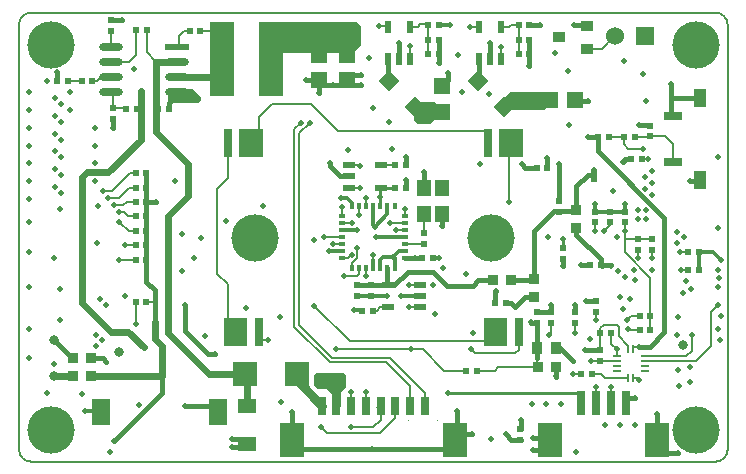
<source format=gbl>
%FSLAX44Y44*%
%MOMM*%
G71*
G01*
G75*
G04 Layer_Physical_Order=4*
G04 Layer_Color=16711680*
%ADD10R,1.5000X0.4000*%
%ADD11R,0.6000X0.5000*%
%ADD12R,1.2000X1.6000*%
%ADD13R,0.5000X0.6000*%
%ADD14R,1.3970X1.3970*%
%ADD15R,1.2700X0.5080*%
%ADD16R,1.0160X0.8890*%
%ADD17R,0.8890X1.0160*%
%ADD18P,1.8385X4X90.0*%
%ADD19R,0.7000X0.6000*%
%ADD20R,1.4000X0.6000*%
%ADD21R,0.8000X1.6000*%
%ADD22R,1.2500X0.3000*%
%ADD23R,1.2000X1.4000*%
%ADD24R,1.2000X2.2000*%
%ADD25R,1.6000X1.4000*%
%ADD26R,1.1000X1.4000*%
%ADD27R,0.7000X1.6000*%
%ADD28R,1.0668X0.8128*%
G04:AMPARAMS|DCode=29|XSize=0.22mm|YSize=0.8mm|CornerRadius=0mm|HoleSize=0mm|Usage=FLASHONLY|Rotation=180.000|XOffset=0mm|YOffset=0mm|HoleType=Round|Shape=RoundedRectangle|*
%AMROUNDEDRECTD29*
21,1,0.2200,0.8000,0,0,180.0*
21,1,0.2200,0.8000,0,0,180.0*
1,1,0.0000,-0.1100,0.4000*
1,1,0.0000,0.1100,0.4000*
1,1,0.0000,0.1100,-0.4000*
1,1,0.0000,-0.1100,-0.4000*
%
%ADD29ROUNDEDRECTD29*%
%ADD30R,4.3000X4.3000*%
G04:AMPARAMS|DCode=31|XSize=0.22mm|YSize=0.8mm|CornerRadius=0mm|HoleSize=0mm|Usage=FLASHONLY|Rotation=270.000|XOffset=0mm|YOffset=0mm|HoleType=Round|Shape=RoundedRectangle|*
%AMROUNDEDRECTD31*
21,1,0.2200,0.8000,0,0,270.0*
21,1,0.2200,0.8000,0,0,270.0*
1,1,0.0000,-0.4000,-0.1100*
1,1,0.0000,-0.4000,0.1100*
1,1,0.0000,0.4000,0.1100*
1,1,0.0000,0.4000,-0.1100*
%
%ADD31ROUNDEDRECTD31*%
%ADD32R,0.8128X0.8128*%
%ADD33R,0.7600X1.5200*%
%ADD34R,1.2954X1.6002*%
%ADD35R,1.2000X1.2500*%
%ADD36R,2.4000X1.2500*%
%ADD37C,0.4000*%
%ADD38C,0.2000*%
%ADD39C,0.1270*%
%ADD40C,0.2540*%
%ADD41C,0.6000*%
%ADD42C,0.3000*%
%ADD43R,1.3000X1.2000*%
%ADD44C,0.0254*%
%ADD45C,1.5240*%
%ADD46R,1.5240X1.5240*%
G04:AMPARAMS|DCode=47|XSize=4mm|YSize=4mm|CornerRadius=2mm|HoleSize=0mm|Usage=FLASHONLY|Rotation=0.000|XOffset=0mm|YOffset=0mm|HoleType=Round|Shape=RoundedRectangle|*
%AMROUNDEDRECTD47*
21,1,4.0000,0.0000,0,0,0.0*
21,1,0.0000,4.0000,0,0,0.0*
1,1,4.0000,0.0000,0.0000*
1,1,4.0000,0.0000,0.0000*
1,1,4.0000,0.0000,0.0000*
1,1,4.0000,0.0000,0.0000*
%
%ADD47ROUNDEDRECTD47*%
%ADD48C,0.5000*%
%ADD49C,4.4000*%
%ADD50C,3.6000*%
%ADD51C,0.8000*%
%ADD52R,0.7250X2.3500*%
%ADD53P,1.8385X4X180.0*%
%ADD54R,0.8128X0.8128*%
%ADD55R,1.1000X0.5000*%
%ADD56R,0.6000X0.3500*%
%ADD57R,0.3500X0.6000*%
%ADD58R,0.3500X1.0000*%
%ADD59R,2.1500X6.3000*%
G04:AMPARAMS|DCode=60|XSize=2mm|YSize=2mm|CornerRadius=0mm|HoleSize=0mm|Usage=FLASHONLY|Rotation=180.000|XOffset=0mm|YOffset=0mm|HoleType=Round|Shape=RoundedRectangle|*
%AMROUNDEDRECTD60*
21,1,2.0000,2.0000,0,0,180.0*
21,1,2.0000,2.0000,0,0,180.0*
1,1,0.0000,-1.0000,1.0000*
1,1,0.0000,1.0000,1.0000*
1,1,0.0000,1.0000,-1.0000*
1,1,0.0000,-1.0000,-1.0000*
%
%ADD60ROUNDEDRECTD60*%
%ADD61R,1.3970X1.3970*%
%ADD62R,1.6000X2.2000*%
%ADD63R,2.1000X3.0000*%
%ADD64R,0.8000X2.1000*%
%ADD65R,1.0000X1.5000*%
%ADD66R,1.5000X0.8000*%
%ADD67R,0.7500X0.2000*%
%ADD68R,0.2000X0.7500*%
%ADD69R,0.5000X1.1000*%
%ADD70R,2.0320X0.6096*%
%ADD71O,2.0320X0.6096*%
%ADD72R,1.6000X1.2000*%
%ADD73C,0.8000*%
%ADD74R,1.9250X2.3500*%
%ADD75C,4.0000*%
G36*
X55500Y110500D02*
Y103500D01*
X48000Y96000D01*
X37650D01*
X34144Y99506D01*
Y112144D01*
X36000Y114000D01*
X52000D01*
X55500Y110500D01*
D02*
G37*
G36*
X189594Y57406D02*
Y47594D01*
X189000Y47000D01*
X185000D01*
X184127Y47873D01*
Y57533D01*
X185594Y59000D01*
X188000D01*
X189594Y57406D01*
D02*
G37*
G36*
X-23000Y-117000D02*
Y-127000D01*
X-27250Y-131250D01*
Y-143854D01*
X-35250D01*
Y-132750D01*
X-39566Y-128434D01*
X-47000D01*
X-50000Y-125434D01*
Y-117000D01*
X-48000Y-115000D01*
X-25000D01*
X-23000Y-117000D01*
D02*
G37*
G36*
X-10000Y178000D02*
Y163000D01*
X-16732Y156268D01*
X-84000D01*
Y179000D01*
X-81000Y182000D01*
X-14000D01*
X-10000Y178000D01*
D02*
G37*
G36*
X-146000Y119000D02*
Y116000D01*
X-148158Y113842D01*
X-171875D01*
X-174019Y115987D01*
Y122730D01*
X-165019Y125730D01*
X-152730D01*
X-146000Y119000D01*
D02*
G37*
G36*
X148340Y120160D02*
Y110840D01*
X145500Y108000D01*
X112500D01*
X108500Y112000D01*
Y115000D01*
X116500Y123000D01*
X145500D01*
X148340Y120160D01*
D02*
G37*
D11*
X124000Y-162500D02*
D03*
Y-171500D02*
D03*
X192000Y-104500D02*
D03*
Y-95500D02*
D03*
X160632Y-9534D02*
D03*
Y-18534D02*
D03*
X42800Y-5862D02*
D03*
Y3138D02*
D03*
X213000Y21500D02*
D03*
Y12500D02*
D03*
X224000Y-1500D02*
D03*
Y-10500D02*
D03*
X236000D02*
D03*
Y-1500D02*
D03*
X188000Y12500D02*
D03*
Y21500D02*
D03*
X200000Y12500D02*
D03*
Y21500D02*
D03*
X-222000Y174500D02*
D03*
Y183500D02*
D03*
X-14028Y-40653D02*
D03*
Y-49653D02*
D03*
X170678Y-72500D02*
D03*
Y-63500D02*
D03*
X150678D02*
D03*
Y-72500D02*
D03*
X157000Y30500D02*
D03*
Y21500D02*
D03*
X139000Y-72500D02*
D03*
Y-63500D02*
D03*
X234000Y85500D02*
D03*
Y94500D02*
D03*
X188178Y-63500D02*
D03*
Y-54500D02*
D03*
X-1549Y-49538D02*
D03*
Y-40539D02*
D03*
X-220676Y108941D02*
D03*
Y99941D02*
D03*
D13*
X218500Y66000D02*
D03*
X227500D02*
D03*
X138377Y58620D02*
D03*
X147377D02*
D03*
X132230Y154830D02*
D03*
X123230D02*
D03*
Y179230D02*
D03*
X132230D02*
D03*
X192123Y-81350D02*
D03*
X201123D02*
D03*
X-201101Y54000D02*
D03*
X-192101D02*
D03*
Y29704D02*
D03*
X-201101D02*
D03*
X-192101Y41899D02*
D03*
X-201101D02*
D03*
X-192101Y-19082D02*
D03*
X-201101D02*
D03*
X-192101Y-7053D02*
D03*
X-201101D02*
D03*
X-192101Y17513D02*
D03*
X-201101D02*
D03*
X-192101Y5244D02*
D03*
X-201101D02*
D03*
X55656Y167031D02*
D03*
X46656D02*
D03*
X18343Y60787D02*
D03*
X27343D02*
D03*
X-589Y-62170D02*
D03*
X-9589D02*
D03*
X-182062Y108887D02*
D03*
X-173062D02*
D03*
X-201003Y175642D02*
D03*
X-192003D02*
D03*
X-258894Y132169D02*
D03*
X-267894D02*
D03*
X-246894D02*
D03*
X-237894D02*
D03*
X266500Y-28000D02*
D03*
X275500D02*
D03*
Y-13000D02*
D03*
X266500D02*
D03*
X-146354Y174853D02*
D03*
X-155354D02*
D03*
X18422Y41653D02*
D03*
X27422D02*
D03*
X212500Y85000D02*
D03*
X221500D02*
D03*
X185000Y-116000D02*
D03*
X176000D02*
D03*
X41585Y-18067D02*
D03*
X50585D02*
D03*
X87500Y-113000D02*
D03*
X78500D02*
D03*
X112140Y-55459D02*
D03*
X103140D02*
D03*
X192500Y-24000D02*
D03*
X183500D02*
D03*
X-201101Y-55000D02*
D03*
X-192101D02*
D03*
X199500Y85000D02*
D03*
X190500D02*
D03*
X-208978Y108729D02*
D03*
X-199978D02*
D03*
X225500Y-67000D02*
D03*
X234500D02*
D03*
X225500Y-79000D02*
D03*
X234500D02*
D03*
X46656Y179230D02*
D03*
X55656D02*
D03*
X46656Y154830D02*
D03*
X55656D02*
D03*
X132230Y167031D02*
D03*
X123230D02*
D03*
D14*
X149205Y116000D02*
D03*
X170795D02*
D03*
D17*
X138999Y-94000D02*
D03*
X155001D02*
D03*
D21*
X31250Y-142584D02*
D03*
X6250D02*
D03*
X-6250D02*
D03*
X-18750D02*
D03*
X-31250D02*
D03*
X-43750D02*
D03*
X18750D02*
D03*
X43750D02*
D03*
D23*
X57877Y41854D02*
D03*
Y19854D02*
D03*
X42877D02*
D03*
Y41854D02*
D03*
D28*
X157608Y169051D02*
D03*
X180544Y159513D02*
D03*
Y178589D02*
D03*
D32*
X136000Y-50375D02*
D03*
Y-35135D02*
D03*
X172000Y7380D02*
D03*
Y22620D02*
D03*
D37*
X-20000Y129000D02*
X-10000D01*
X211000Y64000D02*
X213000Y66000D01*
X218500D01*
X252000Y104600D02*
Y130000D01*
X252000Y118000D02*
X276300D01*
X252000Y104600D02*
X253700Y102900D01*
X-1000Y-179000D02*
X61834D01*
X-61834D02*
X-1000D01*
X240000Y-171584D02*
Y-150000D01*
X124750Y-162250D02*
Y-155250D01*
X116500Y-171500D02*
X125000D01*
X112000Y-167000D02*
X116500Y-171500D01*
X246416Y-183000D02*
X258000D01*
X71000Y-169834D02*
Y-147000D01*
X71002Y-167002D02*
X83663D01*
X135000Y-180000D02*
X141584D01*
X135000Y-170000D02*
X148416D01*
X-185000Y-72000D02*
Y-44939D01*
X-192101Y-37838D02*
X-185000Y-44939D01*
X-192101Y-37838D02*
Y-19082D01*
X-179000Y-132000D02*
Y-117500D01*
X55656Y147156D02*
Y154830D01*
Y167031D01*
X128840Y58620D02*
X138377D01*
X125730Y61730D02*
X128840Y58620D01*
X123000Y-80000D02*
Y-70750D01*
X133178Y-72500D02*
X139000D01*
Y-102380D02*
Y-72500D01*
X89230Y128730D02*
Y150730D01*
X12500Y129500D02*
Y150730D01*
X171045Y21795D02*
X172000Y22750D01*
Y43000D01*
Y22620D02*
Y22750D01*
Y43000D02*
X182000Y53000D01*
X152795Y21795D02*
X171045D01*
X-159000Y-143000D02*
X-135930D01*
X-192101Y29704D02*
Y41899D01*
Y-19082D02*
Y29704D01*
X-184000D01*
X29159Y-29256D02*
X50263D01*
X17899Y-40517D02*
X29159Y-29256D01*
X12461Y-40517D02*
X17899D01*
X-14028Y-40653D02*
X11403D01*
X12000Y-40055D02*
Y-26000D01*
X35695Y-18000D02*
X41518D01*
X26500D02*
X35695D01*
X193845Y-24186D02*
Y-23892D01*
X201532D01*
X112140Y-55459D02*
X116214D01*
X119755Y-59000D01*
X132230Y154600D02*
Y167230D01*
X132000Y145000D02*
Y154600D01*
X154620Y-118640D02*
Y-118000D01*
Y-110000D01*
X179500Y-95500D02*
X192000D01*
X128380Y-50375D02*
X136000D01*
X119755Y-59000D02*
X128380Y-50375D01*
X136000Y-35135D02*
Y5000D01*
X152795Y21795D01*
X42551Y42181D02*
Y55000D01*
X-192101Y41899D02*
Y54000D01*
X225000Y-93000D02*
X234000D01*
X246450Y-80550D01*
Y16580D01*
X182000Y85000D02*
X190500D01*
Y72530D02*
Y85000D01*
Y72530D02*
X246450Y16580D01*
X215000Y-136000D02*
X222000D01*
X225000Y95000D02*
X233500D01*
X171795Y115000D02*
X182000D01*
X147377Y58620D02*
Y67195D01*
X98730Y150730D02*
Y164230D01*
X22000Y150730D02*
Y164230D01*
X62842Y132637D02*
Y138730D01*
X-57000Y133000D02*
X-46397D01*
X-20000Y137112D02*
X-10000D01*
X-46000Y129000D02*
X-34000D01*
X-46000Y122000D02*
Y132603D01*
X-34000Y129000D02*
X-26042D01*
X-173062Y108887D02*
Y113939D01*
X-221500Y184000D02*
X-213000D01*
X-267894Y132169D02*
Y139893D01*
X-120000Y-178000D02*
X-110000D01*
X-120000Y-171000D02*
X-111000D01*
X27422Y41653D02*
Y48422D01*
X27343Y60787D02*
Y67657D01*
X-159500Y-79500D02*
Y-57500D01*
Y-79500D02*
X-140000Y-99000D01*
X-134000D01*
X-219500Y-172500D02*
X-179000Y-132000D01*
X-27952Y51337D02*
X-20592D01*
X-220676Y92500D02*
Y99941D01*
X-36555Y59939D02*
X-27952Y51337D01*
X-36555Y59939D02*
Y63160D01*
X133000Y180000D02*
X141000D01*
X170000D02*
X179133D01*
X176000Y-24000D02*
X183500D01*
X160632Y-24368D02*
Y-18534D01*
X150678Y-63500D02*
Y-57106D01*
X139000Y-63500D02*
X150678D01*
X170678D02*
Y-57106D01*
X180500Y-54500D02*
X188178D01*
X135135Y-36000D02*
X136000Y-35135D01*
X116620Y-36000D02*
X135135D01*
X103140Y-55459D02*
Y-46860D01*
X104000Y-46000D01*
X89000Y-36000D02*
X101380D01*
X62006Y-41000D02*
X84000D01*
X89000Y-36000D01*
X50263Y-29256D02*
X62006Y-41000D01*
X-69000Y-171334D02*
Y-148000D01*
X155001Y-94000D02*
X158500D01*
X169500Y-105000D01*
X157000Y30500D02*
Y62000D01*
X57877Y9123D02*
Y19854D01*
X268040Y47700D02*
X276300D01*
X182000Y53000D02*
X187000D01*
X-255400Y-102500D02*
X-254070D01*
X-270400Y-87500D02*
X-255400Y-102500D01*
X-228982D02*
X-226140Y-105342D01*
X-238830Y-102500D02*
X-228982D01*
X-173062Y113939D02*
X-170000Y117000D01*
X172000Y2000D02*
Y7380D01*
Y2000D02*
X192500Y-18500D01*
Y-24000D02*
Y-18500D01*
D38*
X227500Y66000D02*
X233000D01*
X253700Y63200D02*
Y79149D01*
X234000Y85500D02*
X247349D01*
X253700Y79149D01*
X201250Y-126587D02*
Y-126250D01*
Y-140584D02*
Y-126587D01*
X188750Y-140584D02*
Y-126587D01*
X-192101Y-55000D02*
X-185949D01*
X-192003Y156793D02*
Y175642D01*
Y156793D02*
X-183666Y148456D01*
X97000Y-88000D02*
Y-80000D01*
X97000Y-88000D02*
X97000Y-88000D01*
X-20000Y-88000D02*
X97000D01*
X-164819Y161156D02*
Y170181D01*
X-160147Y174853D01*
X-155354D01*
X-127831Y150546D02*
Y168831D01*
X-133853Y174853D02*
X-127831Y168831D01*
X-146354Y174853D02*
X-133853D01*
X-220699Y148456D02*
X-206544D01*
X-201003Y153997D01*
Y175642D01*
X-222080Y161390D02*
Y174291D01*
X230000Y-101000D02*
X265000D01*
X270000Y-96000D01*
Y-82500D01*
X230000Y-105000D02*
X273450D01*
X286000Y-63500D02*
X292000Y-57500D01*
X286000Y-92450D02*
Y-63500D01*
X273450Y-105000D02*
X286000Y-92450D01*
X-97000Y80000D02*
Y102000D01*
X-86000Y113000D01*
X-53000D01*
X-29500Y89500D01*
X118366Y76366D02*
X122467D01*
X115000Y73000D02*
X118366Y76366D01*
X115000Y30000D02*
Y73000D01*
X-50000Y-58000D02*
X-20000Y-88000D01*
X-123000Y50000D02*
Y80000D01*
X-132000Y41000D02*
X-123000Y50000D01*
X-132000Y-31000D02*
Y41000D01*
Y-31000D02*
X-123000Y-40000D01*
Y-80000D02*
Y-40000D01*
X-94000Y-87000D02*
X-89000D01*
X-97000Y-84000D02*
X-94000Y-87000D01*
X-97000Y-84000D02*
Y-80000D01*
X-201101Y-73500D02*
Y-55000D01*
X-220676Y108941D02*
X-209190D01*
X-220699Y108964D02*
X-220676Y108941D01*
X-220699Y108964D02*
Y123056D01*
X-258894Y132169D02*
X-246894D01*
X-230244Y135756D02*
X-220699D01*
X-233831Y132169D02*
X-230244Y135756D01*
X-237894Y132169D02*
X-233831D01*
X260500Y-28000D02*
X266500D01*
X259500Y-12500D02*
X266000D01*
X187979Y5000D02*
Y12479D01*
X216000Y-95000D02*
Y-92000D01*
X208000Y-84000D02*
X216000Y-92000D01*
X208000Y-84000D02*
Y-76000D01*
X217000Y-79000D02*
X225500D01*
X215500Y-77500D02*
X217000Y-79000D01*
X218000Y-67000D02*
X225500D01*
X214828Y-70172D02*
X218000Y-67000D01*
X213500Y-1500D02*
X236000D01*
X213000Y-1000D02*
X213500Y-1500D01*
X213000Y-13000D02*
Y5000D01*
Y-13000D02*
X234500Y-34500D01*
Y-67000D02*
Y-34500D01*
Y-79000D02*
Y-67000D01*
X236000Y-17500D02*
Y-10500D01*
X224000Y-17500D02*
Y-10500D01*
X213000Y5000D02*
Y12500D01*
X169500Y-116000D02*
X176000D01*
X195083Y-74000D02*
X206000D01*
X192123Y-76961D02*
X195083Y-74000D01*
X192123Y-81350D02*
Y-76961D01*
X206000Y-74000D02*
X208000Y-76000D01*
X43750Y-142584D02*
Y-131750D01*
X108230Y150730D02*
Y161230D01*
X31500Y151000D02*
Y161500D01*
X81730Y178230D02*
X88730D01*
X5000Y178500D02*
X12000D01*
X18750Y-153250D02*
Y-142584D01*
X6000Y-166000D02*
X18750Y-153250D01*
X-39380Y-166000D02*
X6000D01*
X-44380Y-161000D02*
X-39380Y-166000D01*
X-0Y-161000D02*
X6250Y-154750D01*
X-19000Y-161000D02*
X-0D01*
X6250Y-154750D02*
Y-142584D01*
X-135930Y-143000D02*
X-131149Y-147781D01*
X206000Y-101000D02*
Y-95000D01*
X201123Y-90123D02*
X206000Y-95000D01*
X201123Y-90123D02*
Y-81350D01*
X192000Y-105000D02*
X206000D01*
X184500Y-104500D02*
X192000D01*
X115230Y177730D02*
X116730Y179230D01*
X108230Y177730D02*
X115230D01*
X116730Y179230D02*
X123230D01*
Y155230D02*
Y179230D01*
X31500Y178000D02*
X37500D01*
X39884Y180384D01*
X46656D01*
Y154830D02*
Y180384D01*
X204000Y170000D02*
X204300D01*
X193513Y159513D02*
X204000Y170000D01*
X180544Y159513D02*
X193513D01*
X196000Y-119000D02*
X216000D01*
X193000Y-116000D02*
X196000Y-119000D01*
X185000Y-116000D02*
X193000D01*
X192000Y-95500D02*
Y-82000D01*
X-206000Y54000D02*
X-201101D01*
X-221000Y39000D02*
X-206000Y54000D01*
X-229000Y39000D02*
X-221000D01*
X-206601Y41899D02*
X-201101D01*
X-215500Y33000D02*
X-206601Y41899D01*
X-224448Y33000D02*
X-215500D01*
X-208795Y29704D02*
X-201101D01*
X-211500Y27000D02*
X-208795Y29704D01*
X-219938Y27000D02*
X-211500D01*
X-215000Y-19000D02*
X-201183D01*
X-210000Y-7000D02*
X-201154D01*
X-207244Y5244D02*
X-201101D01*
X-215000Y13000D02*
X-207244Y5244D01*
X-207513Y17513D02*
X-201101D01*
X-211000Y21000D02*
X-207513Y17513D01*
X-215000Y21000D02*
X-211000D01*
X29964Y-40517D02*
X39461D01*
X6408Y60837D02*
X17861D01*
X-20592D02*
X-11845D01*
X-11206Y60198D01*
X-20548Y41793D02*
X-11206D01*
X29946Y-59517D02*
X39461D01*
X5830D02*
X12461D01*
X3177Y-62170D02*
X5830Y-59517D01*
X-589Y-62170D02*
X3177D01*
X14030Y12000D02*
X26500D01*
X18917Y6000D02*
X26500D01*
Y18000D02*
Y24204D01*
X-6000Y26000D02*
Y33302D01*
X-12064Y18523D02*
Y25936D01*
X-26500Y12000D02*
X-26319Y11818D01*
X-19786D01*
X26500Y-6000D02*
X42662D01*
X42877Y3215D02*
Y19854D01*
X188178Y-70000D02*
Y-63500D01*
X170678Y-81188D02*
Y-74500D01*
X-21000Y-18000D02*
X-18000Y-15000D01*
X-26500Y-18000D02*
X-21000D01*
X0Y-24000D02*
Y-15000D01*
X-6000Y-32500D02*
Y-26000D01*
X-34000Y-6000D02*
X-26500D01*
X60000Y-113000D02*
X78500D01*
X138919Y-109000D02*
Y-103175D01*
X123000Y-95354D02*
Y-80000D01*
X120354Y-98000D02*
X123000Y-95354D01*
X86000Y-98000D02*
X120354D01*
X83000Y-95000D02*
X86000Y-98000D01*
X-63000Y-74000D02*
Y88000D01*
X31540Y-94820D02*
X31680Y-94680D01*
X-31820Y-94820D02*
X31540D01*
X31680Y-94680D02*
X41680D01*
X60000Y-113000D01*
X150678Y-81322D02*
Y-72500D01*
X149000Y-83000D02*
X150678Y-81322D01*
X87500Y-113000D02*
X103000D01*
X106000Y-110000D02*
X137919D01*
X139380D01*
X103000Y-113000D02*
X106000Y-110000D01*
X137919D02*
X138919Y-109000D01*
X-18750Y-142584D02*
Y-131000D01*
X-6250Y-142584D02*
Y-131000D01*
X-29500Y89500D02*
X95500D01*
X97000Y88000D01*
Y80000D02*
Y88000D01*
X-18000Y-26000D02*
Y-22000D01*
X-13389Y-17389D01*
Y-9529D01*
X195000Y5000D02*
X200000Y10000D01*
Y12500D01*
X220000Y-93000D02*
X225000D01*
X199500Y85000D02*
X212500D01*
X221500D02*
X233500D01*
X212500Y78500D02*
Y85000D01*
X216000Y75000D02*
X228000D01*
X212500Y78500D02*
X216000Y75000D01*
X220000Y-119000D02*
X223000D01*
X225000Y-121000D01*
X-25000Y-33000D02*
X-14000D01*
X-12000Y-31000D01*
Y-26000D01*
X-42079Y0D02*
X-26500D01*
Y18000D02*
Y25500D01*
X-67000Y91477D02*
X-61477Y97000D01*
X-67000Y-76000D02*
Y91477D01*
X-63000Y88000D02*
X-54000Y97000D01*
X-63000Y-74000D02*
X-35000Y-102000D01*
X14000D01*
X43750Y-131750D01*
X-67000Y-76000D02*
X-37000Y-106000D01*
X11000D01*
X31250Y-126250D01*
Y-142584D02*
Y-126250D01*
X-290000Y190000D02*
G03*
X-300000Y180000I0J-10000D01*
G01*
Y-180000D02*
G03*
X-290000Y-190000I10000J0D01*
G01*
X299941Y180000D02*
G03*
X289941Y190000I-10000J0D01*
G01*
Y-190000D02*
G03*
X299941Y-180000I0J10000D01*
G01*
X-290000Y190000D02*
X289941Y190000D01*
X-290000Y-190000D02*
X289941Y-190000D01*
X-300000Y-180000D02*
Y180000D01*
X300000Y-180000D02*
Y180000D01*
X289941Y-190000D02*
G03*
X299941Y-180000I0J10000D01*
G01*
Y180000D02*
G03*
X289941Y190000I-10000J0D01*
G01*
X-300000Y-180000D02*
G03*
X-290000Y-190000I10000J0D01*
G01*
Y190000D02*
G03*
X-300000Y180000I0J-10000D01*
G01*
X300000Y-180000D02*
Y180000D01*
X-300000Y-180000D02*
Y180000D01*
X-290000Y-190000D02*
X289941Y-190000D01*
X-290000Y190000D02*
X289941Y190000D01*
D40*
X63000Y-132000D02*
X173000D01*
X160632Y-9534D02*
Y-1866D01*
X6408Y41837D02*
X18239D01*
X6000Y33577D02*
Y41429D01*
Y26000D02*
Y33577D01*
D41*
X-185000Y-86000D02*
Y-72000D01*
Y-86000D02*
X-179000Y-92000D01*
Y-117500D02*
Y-92000D01*
X-107000Y-143000D02*
Y-118000D01*
X-109000Y-116000D02*
X-107000Y-118000D01*
X-139000Y-116000D02*
X-109000D01*
X-183666Y148456D02*
X-164819D01*
Y135756D02*
X-131293D01*
X-238830Y-117500D02*
X-179000D01*
X-207616Y-80000D02*
X-194442Y-93174D01*
X-222000Y-80000D02*
X-207616D01*
X-174000Y-81000D02*
X-139000Y-116000D01*
X-174000Y-81000D02*
Y18000D01*
X-157000Y35000D01*
Y62000D01*
X-183666Y88666D02*
X-157000Y62000D01*
X-183666Y88666D02*
Y148456D01*
X-246450Y-55550D02*
X-222000Y-80000D01*
X-246450Y-55550D02*
Y50550D01*
X-242000Y55000D01*
X-224198D01*
X-197000Y82198D01*
Y124000D01*
X-270400Y-117500D02*
X-254070D01*
D42*
X275500Y-28000D02*
Y-13000D01*
X288000D01*
X294000Y-19000D01*
X-26500Y6000D02*
X-14000D01*
X-37765Y-12000D02*
X-26500D01*
X12000Y19421D02*
Y26000D01*
X1425Y8846D02*
X12000Y19421D01*
X-0Y10271D02*
Y26000D01*
Y10271D02*
X1425Y8846D01*
X22000Y-12000D02*
X26500D01*
X50585Y-18067D02*
X55933D01*
X23461Y-50017D02*
X39461D01*
X-13680Y-50000D02*
X12000D01*
X-16000Y-62000D02*
X-9758D01*
X-18000Y26000D02*
Y28540D01*
X-22460Y33000D02*
X-18000Y28540D01*
X-27000Y33000D02*
X-22460D01*
X18000Y-26000D02*
Y-18000D01*
X17000Y-17000D02*
X22000Y-12000D01*
X6000Y-26000D02*
Y-19000D01*
X8000Y-17000D01*
X17000D01*
X56426Y180000D02*
X65000D01*
X188000Y21500D02*
Y28000D01*
X213000Y21500D02*
Y28000D01*
X188000Y21500D02*
X213000D01*
X2695Y83D02*
X2778Y0D01*
X26500D01*
X-244000Y-147000D02*
X-231430D01*
D44*
X28993Y-154584D02*
X29000D01*
X2493Y-143984D02*
X2500D01*
X27493D02*
X27500D01*
X53993Y-154584D02*
X54000D01*
D45*
X204300Y170000D02*
D03*
D46*
X229700D02*
D03*
D47*
X273000Y-163000D02*
D03*
X-273000D02*
D03*
X273000Y163000D02*
D03*
X-273000D02*
D03*
D48*
X-276200Y132000D02*
D03*
Y-132000D02*
D03*
X284000Y151000D02*
D03*
X289000Y163000D02*
D03*
X261000Y174000D02*
D03*
X273000Y147000D02*
D03*
X284000Y174000D02*
D03*
X257000Y163000D02*
D03*
X261000Y152000D02*
D03*
X273000Y179000D02*
D03*
X284000Y-175000D02*
D03*
X289000Y-163000D02*
D03*
X261000Y-152000D02*
D03*
X273000Y-179000D02*
D03*
X284000Y-152000D02*
D03*
X257000Y-163000D02*
D03*
X261000Y-174000D02*
D03*
X273000Y-147000D02*
D03*
X-262000Y-175000D02*
D03*
X-257000Y-163000D02*
D03*
X-285000Y-152000D02*
D03*
X-273000Y-179000D02*
D03*
X-262000Y-152000D02*
D03*
X-289000Y-163000D02*
D03*
X-285000Y-174000D02*
D03*
X-273000Y-147000D02*
D03*
X-262000Y151000D02*
D03*
X-257000Y163000D02*
D03*
X-285000Y174000D02*
D03*
X-273000Y147000D02*
D03*
X-262000Y174000D02*
D03*
X-289000Y163000D02*
D03*
X-285000Y152000D02*
D03*
X-273000Y179000D02*
D03*
X-10000Y129000D02*
D03*
X171250Y-181750D02*
D03*
X158703Y-141183D02*
D03*
X221250Y-159000D02*
D03*
X134233Y-141183D02*
D03*
X208750Y-159000D02*
D03*
X146440Y-141183D02*
D03*
X196250Y-159000D02*
D03*
X259000Y-126000D02*
D03*
X201250Y-126587D02*
D03*
X188750D02*
D03*
X63000Y-132000D02*
D03*
X124750Y-155250D02*
D03*
X83663Y-167002D02*
D03*
X112000Y-167000D02*
D03*
X135000Y-180000D02*
D03*
X-185198Y-78802D02*
D03*
X-185000Y-72000D02*
D03*
X-215000Y-97500D02*
D03*
X231000Y115000D02*
D03*
X55656Y147156D02*
D03*
X262000Y-91000D02*
D03*
X-159500Y-57500D02*
D03*
X-134000Y-99000D02*
D03*
X115000Y30000D02*
D03*
X-50000Y-58000D02*
D03*
X-89000Y-87000D02*
D03*
X-201101Y-73500D02*
D03*
X-210000Y-50000D02*
D03*
X-168000Y47500D02*
D03*
X154620Y-118000D02*
D03*
X-197000Y124000D02*
D03*
X-54000Y97000D02*
D03*
X165000Y140500D02*
D03*
X-61477Y97000D02*
D03*
X130000Y112000D02*
D03*
X125000Y120000D02*
D03*
X154000Y156000D02*
D03*
X225000Y-93000D02*
D03*
X45000Y105000D02*
D03*
X40000Y100000D02*
D03*
X-226140Y-105342D02*
D03*
X240000Y-150000D02*
D03*
X260500Y-28000D02*
D03*
X259500Y-12500D02*
D03*
X187000Y56569D02*
D03*
X90000Y62000D02*
D03*
X125730Y61730D02*
D03*
X236000Y-17500D02*
D03*
X195000Y5000D02*
D03*
X207000Y-29000D02*
D03*
X292000Y-27500D02*
D03*
X214828Y-70172D02*
D03*
X213000Y5000D02*
D03*
X169500Y-116000D02*
D03*
X-18750Y-131000D02*
D03*
X-44380Y-161000D02*
D03*
X-19000D02*
D03*
X-6250Y-131000D02*
D03*
X-120000Y-178000D02*
D03*
X-159000Y-143000D02*
D03*
X-219500Y-172500D02*
D03*
X184500Y-104500D02*
D03*
X108230Y161230D02*
D03*
X31500Y161500D02*
D03*
X5000Y178500D02*
D03*
X-51000Y168000D02*
D03*
X-40000D02*
D03*
X-30000D02*
D03*
X-20000D02*
D03*
X-51000Y177000D02*
D03*
X-40000D02*
D03*
X-30000D02*
D03*
X-20000D02*
D03*
X233000Y66000D02*
D03*
X258000Y-112500D02*
D03*
X215500Y-77500D02*
D03*
X206000Y-95000D02*
D03*
X148000Y0D02*
D03*
X-229000Y39000D02*
D03*
X-184000Y29704D02*
D03*
X-210000Y-7000D02*
D03*
X-215000Y-19000D02*
D03*
X-219938Y27000D02*
D03*
X-224448Y33000D02*
D03*
X160632Y-1866D02*
D03*
X29964Y-40517D02*
D03*
X-11206Y60198D02*
D03*
Y41793D02*
D03*
X29946Y-59517D02*
D03*
X35695Y-18000D02*
D03*
X18917Y6000D02*
D03*
X14030Y11928D02*
D03*
X-229863Y-87500D02*
D03*
X-234750Y-82500D02*
D03*
X26500Y24204D02*
D03*
X-226037Y-57610D02*
D03*
X-215000Y13000D02*
D03*
X-231578Y-52500D02*
D03*
X-215000Y21000D02*
D03*
X-162000Y-29000D02*
D03*
X6000Y33577D02*
D03*
X-6000Y33302D02*
D03*
X-12064Y18523D02*
D03*
X-18000Y12000D02*
D03*
X-264363Y112500D02*
D03*
X-269250Y117500D02*
D03*
X-264363Y97500D02*
D03*
X-269250Y102500D02*
D03*
X-264363Y82500D02*
D03*
X-269250Y87500D02*
D03*
X188178Y-70000D02*
D03*
X133178Y-72250D02*
D03*
X149000Y-83000D02*
D03*
X-18000Y-15000D02*
D03*
X-13389Y-9529D02*
D03*
X236000Y-27500D02*
D03*
X222000Y-36000D02*
D03*
X217000Y-52000D02*
D03*
X269000Y-44000D02*
D03*
X265000Y-37500D02*
D03*
X187979Y5000D02*
D03*
X213000Y-34000D02*
D03*
X211500Y-60500D02*
D03*
X209000Y-51000D02*
D03*
X262000Y-47000D02*
D03*
X294000Y-67000D02*
D03*
X0Y-15000D02*
D03*
X-6000Y-32500D02*
D03*
X-34000Y-6000D02*
D03*
X-269250Y72500D02*
D03*
X292000Y-57500D02*
D03*
X270000Y-82500D02*
D03*
X292000Y-77500D02*
D03*
Y-42500D02*
D03*
X119755Y-59000D02*
D03*
X292000Y7500D02*
D03*
X-269250Y42500D02*
D03*
X-264363Y37500D02*
D03*
X-269250Y57500D02*
D03*
X-264363Y52500D02*
D03*
X-270400Y-117500D02*
D03*
Y-87500D02*
D03*
X160632Y-24368D02*
D03*
X176000Y-24000D02*
D03*
X104000Y-46000D02*
D03*
X170678Y-57106D02*
D03*
X257000Y4270D02*
D03*
X225000Y95000D02*
D03*
X258000Y-67500D02*
D03*
X268000Y-110000D02*
D03*
Y-122500D02*
D03*
X294000Y-19000D02*
D03*
X212000Y149000D02*
D03*
X12000Y-50000D02*
D03*
X84500Y-81500D02*
D03*
X211000Y64000D02*
D03*
X293500Y-87500D02*
D03*
X23461Y-50017D02*
D03*
X-265000Y-70000D02*
D03*
Y-44000D02*
D03*
X-232888Y26524D02*
D03*
X-78000Y-140000D02*
D03*
X15811Y74367D02*
D03*
X-14000Y6000D02*
D03*
X-244000Y-147000D02*
D03*
X-125000Y14000D02*
D03*
X-170000Y117000D02*
D03*
X236000Y56000D02*
D03*
X-21000Y74000D02*
D03*
X-223000Y-182000D02*
D03*
X62842Y138730D02*
D03*
X141000Y180000D02*
D03*
X72000Y154000D02*
D03*
X263000Y0D02*
D03*
X293000Y-35000D02*
D03*
X220979Y-28000D02*
D03*
X224000Y-17500D02*
D03*
X236270Y45842D02*
D03*
X257000Y-5000D02*
D03*
X231200Y15298D02*
D03*
X224354D02*
D03*
Y22800D02*
D03*
X231200D02*
D03*
X206000Y500D02*
D03*
X201640Y-24059D02*
D03*
X225000Y-121000D02*
D03*
X71000Y-147000D02*
D03*
X1425Y8846D02*
D03*
X170678Y-81188D02*
D03*
X-40000Y-125000D02*
D03*
X-234556Y-92575D02*
D03*
X81730Y178230D02*
D03*
X236270Y35842D02*
D03*
X-120000Y-171000D02*
D03*
X292000Y67500D02*
D03*
X0Y109620D02*
D03*
X150678Y-57106D02*
D03*
X182000Y115000D02*
D03*
X-79000Y-68000D02*
D03*
X-69000Y-148000D02*
D03*
X-10000Y137112D02*
D03*
X51851Y-65297D02*
D03*
X-265000Y24000D02*
D03*
X-234000Y-5000D02*
D03*
X-198500Y-142500D02*
D03*
X-37765Y-12000D02*
D03*
X-264363Y67500D02*
D03*
X83000Y-95000D02*
D03*
X75000Y123000D02*
D03*
X132000Y145000D02*
D03*
X-31820Y-94820D02*
D03*
X31680Y-94680D02*
D03*
X179500Y-95500D02*
D03*
X-268000Y139998D02*
D03*
X-291500Y122500D02*
D03*
X-203000Y142000D02*
D03*
X-213000Y184000D02*
D03*
X22000Y164230D02*
D03*
X-4000Y152000D02*
D03*
X98730Y164230D02*
D03*
X65000Y180000D02*
D03*
X170000D02*
D03*
X228730Y137842D02*
D03*
X252000Y130000D02*
D03*
X165592Y94773D02*
D03*
X98000Y121000D02*
D03*
X147377Y67195D02*
D03*
X203000Y39000D02*
D03*
X258000Y-183000D02*
D03*
X135000Y-170000D02*
D03*
X-1000Y-179000D02*
D03*
X-142359Y-83431D02*
D03*
X-108000Y-60000D02*
D03*
X-146000Y-1000D02*
D03*
X-162000Y3000D02*
D03*
X-152000Y-18000D02*
D03*
X-50471Y-2529D02*
D03*
X180500Y-54500D02*
D03*
X13270Y97158D02*
D03*
X42551Y55000D02*
D03*
X169500Y-105000D02*
D03*
X230000Y41000D02*
D03*
Y51000D02*
D03*
X228000Y75000D02*
D03*
X182000Y85000D02*
D03*
X257000Y-82500D02*
D03*
X222000Y-136000D02*
D03*
X-36555Y63160D02*
D03*
X-57000Y133000D02*
D03*
X-46000Y122000D02*
D03*
X-34000Y129000D02*
D03*
X-163270Y117000D02*
D03*
X-156270D02*
D03*
X-291500Y107500D02*
D03*
Y92500D02*
D03*
Y77500D02*
D03*
Y62500D02*
D03*
Y47500D02*
D03*
Y32500D02*
D03*
Y12500D02*
D03*
Y-12500D02*
D03*
X-270400Y-17500D02*
D03*
X-291500Y-42500D02*
D03*
Y-77500D02*
D03*
Y-102500D02*
D03*
X-270400Y-107500D02*
D03*
X-246523Y-133123D02*
D03*
X-235900Y47500D02*
D03*
Y62500D02*
D03*
Y77500D02*
D03*
Y92500D02*
D03*
X-257000Y122500D02*
D03*
Y107500D02*
D03*
X-33000Y-118000D02*
D03*
X-47000D02*
D03*
X-40000D02*
D03*
X-47000Y-125000D02*
D03*
X-33000D02*
D03*
X-26000D02*
D03*
Y-118000D02*
D03*
X27422Y48422D02*
D03*
X27343Y67657D02*
D03*
X17000Y-17000D02*
D03*
X55933Y-18067D02*
D03*
X58811Y-25812D02*
D03*
X-16000Y-62000D02*
D03*
X50720Y-40517D02*
D03*
X78736Y-31263D02*
D03*
X-25000Y-33000D02*
D03*
X-93000Y26000D02*
D03*
X-194442Y-93174D02*
D03*
X-42079Y0D02*
D03*
X-149000Y117000D02*
D03*
X-220676Y92500D02*
D03*
X-26500Y25500D02*
D03*
X-27000Y33000D02*
D03*
X188000Y28000D02*
D03*
X213000D02*
D03*
X100000Y-171000D02*
D03*
X2695Y83D02*
D03*
X183313Y-86000D02*
D03*
X157000Y62000D02*
D03*
X57877Y9123D02*
D03*
X268040Y47700D02*
D03*
X187000Y49431D02*
D03*
D51*
X-215000Y-97500D02*
D03*
X262000Y-91000D02*
D03*
X-270400Y-117500D02*
D03*
Y-87500D02*
D03*
D52*
X-123000Y-80000D02*
D03*
X-97000D02*
D03*
X97000D02*
D03*
X123000D02*
D03*
Y80000D02*
D03*
X97000D02*
D03*
X-97000D02*
D03*
X-123000D02*
D03*
D53*
X111000Y110000D02*
D03*
X89000Y132000D02*
D03*
X35000Y110000D02*
D03*
X13000Y132000D02*
D03*
D54*
X139380Y-110000D02*
D03*
X154620D02*
D03*
X101380Y-36000D02*
D03*
X116620D02*
D03*
X-254070Y-102500D02*
D03*
X-238830D02*
D03*
X-254070Y-117500D02*
D03*
X-238830D02*
D03*
D55*
X-20592Y41837D02*
D03*
Y51337D02*
D03*
Y60837D02*
D03*
X6408D02*
D03*
Y41837D02*
D03*
X39461Y-40517D02*
D03*
Y-50017D02*
D03*
Y-59517D02*
D03*
X12461D02*
D03*
Y-40517D02*
D03*
D56*
X26500Y6000D02*
D03*
Y0D02*
D03*
Y-6000D02*
D03*
Y-18000D02*
D03*
Y-12000D02*
D03*
X-26500Y18000D02*
D03*
Y12000D02*
D03*
Y-12000D02*
D03*
Y-6000D02*
D03*
Y0D02*
D03*
Y6000D02*
D03*
Y-18000D02*
D03*
X26500Y18000D02*
D03*
Y12000D02*
D03*
D57*
X12000Y-26000D02*
D03*
X18000D02*
D03*
X-18000Y26000D02*
D03*
X6000Y-26000D02*
D03*
Y26000D02*
D03*
X12000D02*
D03*
X18000D02*
D03*
X-0D02*
D03*
X-6000D02*
D03*
X-12000D02*
D03*
X-18000Y-26000D02*
D03*
X-12000D02*
D03*
X-6000D02*
D03*
D58*
X-0Y-24000D02*
D03*
D59*
X-86331Y150546D02*
D03*
X-127831D02*
D03*
D60*
X-109000Y-116000D02*
D03*
X-65000D02*
D03*
D61*
X-22189Y154443D02*
D03*
Y132853D02*
D03*
X58000Y127795D02*
D03*
Y106205D02*
D03*
X-46251Y132853D02*
D03*
Y154443D02*
D03*
D62*
X-131149Y-147781D02*
D03*
X-230649D02*
D03*
D63*
X-69250Y-171584D02*
D03*
X69250D02*
D03*
X150000D02*
D03*
X240000D02*
D03*
D64*
X213750Y-140584D02*
D03*
X201250D02*
D03*
X188750D02*
D03*
X176250D02*
D03*
D65*
X276300Y118000D02*
D03*
Y48000D02*
D03*
D66*
X253700Y102900D02*
D03*
Y63200D02*
D03*
D67*
X206000Y-101000D02*
D03*
Y-105000D02*
D03*
Y-109000D02*
D03*
Y-113000D02*
D03*
X230000D02*
D03*
Y-109000D02*
D03*
Y-105000D02*
D03*
Y-101000D02*
D03*
D68*
X216000Y-119000D02*
D03*
X220000D02*
D03*
Y-95000D02*
D03*
X216000D02*
D03*
D69*
X31500Y150730D02*
D03*
X22000D02*
D03*
X12500D02*
D03*
Y177730D02*
D03*
X31500D02*
D03*
X108230Y150730D02*
D03*
X98730D02*
D03*
X89230D02*
D03*
Y177730D02*
D03*
X108230D02*
D03*
D70*
X-166200Y161390D02*
D03*
D71*
Y148691D02*
D03*
Y135990D02*
D03*
Y123291D02*
D03*
X-222080D02*
D03*
Y135990D02*
D03*
Y148691D02*
D03*
Y161390D02*
D03*
D72*
X-107000Y-175000D02*
D03*
Y-143000D02*
D03*
D73*
X-65000Y-121334D02*
X-43750Y-142584D01*
X-65000Y-121334D02*
Y-116000D01*
D74*
X-115874Y-80001D02*
D03*
X104125Y-79999D02*
D03*
X115874Y79999D02*
D03*
X-104124Y80000D02*
D03*
D75*
X100000Y-1000D02*
D03*
X-100000D02*
D03*
M02*

</source>
